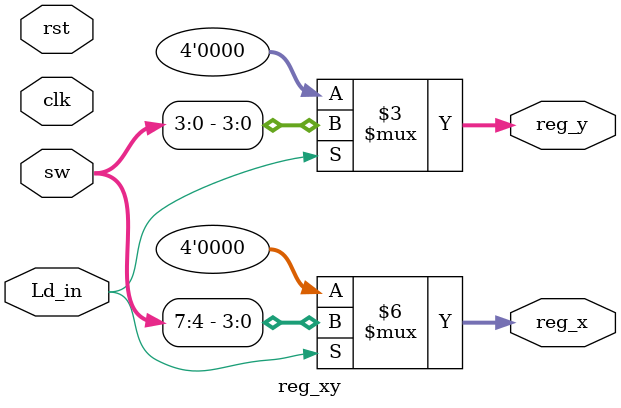
<source format=v>
`timescale 1ns / 1ps

module reg_xy (
    input wire clk,rst, Ld_in,        
    input wire [7:0] sw,      
    output reg [3:0] reg_x,reg_y    
);

    always @(*) begin
        reg_x = 4'b0000; 
        reg_y = 4'b0000; 
    if(Ld_in)begin
        reg_x = sw[7:4]; 
        reg_y = sw[3:0]; 
        end
    end

endmodule
</source>
